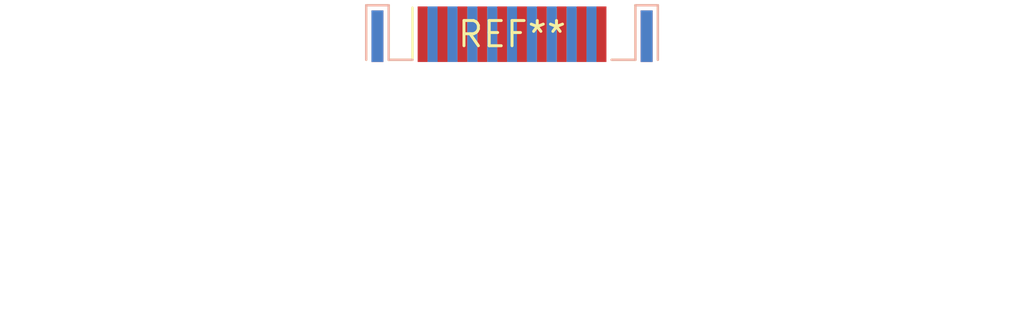
<source format=kicad_pcb>
(kicad_pcb (version 20240108) (generator pcbnew)
  (layers (0 "F.Cu" signal) (31 "B.Cu" signal) (34 "B.Paste" user) (35 "F.Paste" user) (36 "B.SilkS" user "B.Silkscreen") (37 "F.SilkS" user "F.Silkscreen") (38 "B.Mask" user) (39 "F.Mask" user) (44 "Edge.Cuts" user))
  (net 0 "")
  (footprint "HDMI_A_Contact_Technology_HDMI-19APL2_Horizontal" (layer "F.Cu") (at 0 0)
    (property "Reference" "REF**")
    (property "Value" "HDMI_A_Contact_Technology_HDMI-19APL2_Horizontal")
    (fp_line (start -7.34 -1.46) (end -6.21 -1.46) (layer "B.SilkS") (stroke (width 0.12)))
    (fp_line (start -7.34 1.29) (end -7.34 -1.46) (layer "B.SilkS") (stroke (width 0.12)))
    (fp_line (start -6.21 -1.46) (end -6.21 1.29) (layer "B.SilkS") (stroke (width 0.12)))
    (fp_line (start -6.21 1.29) (end -5.01 1.29) (layer "B.SilkS") (stroke (width 0.12)))
    (fp_line (start 6.21 -1.46) (end 6.21 1.29) (layer "B.SilkS") (stroke (width 0.12)))
    (fp_line (start 6.21 1.29) (end 5.01 1.29) (layer "B.SilkS") (stroke (width 0.12)))
    (fp_line (start 7.34 -1.46) (end 6.21 -1.46) (layer "B.SilkS") (stroke (width 0.12)))
    (fp_line (start 7.34 1.29) (end 7.34 -1.46) (layer "B.SilkS") (stroke (width 0.12)))
    (fp_line (start -7.34 -1.46) (end -6.21 -1.46) (layer "F.SilkS") (stroke (width 0.12)))
    (fp_line (start -7.34 1.29) (end -7.34 -1.46) (layer "F.SilkS") (stroke (width 0.12)))
    (fp_line (start -6.21 -1.46) (end -6.21 1.29) (layer "F.SilkS") (stroke (width 0.12)))
    (fp_line (start -6.21 1.29) (end -5.01 1.29) (layer "F.SilkS") (stroke (width 0.12)))
    (fp_line (start -5.01 1.29) (end -5.01 -1.34) (layer "F.SilkS") (stroke (width 0.12)))
    (fp_line (start 6.21 -1.46) (end 6.21 1.29) (layer "F.SilkS") (stroke (width 0.12)))
    (fp_line (start 6.21 1.29) (end 5.01 1.29) (layer "F.SilkS") (stroke (width 0.12)))
    (fp_line (start 7.34 -1.46) (end 6.21 -1.46) (layer "F.SilkS") (stroke (width 0.12)))
    (fp_line (start 7.34 1.29) (end 7.34 -1.46) (layer "F.SilkS") (stroke (width 0.12)))
    (pad "1" smd rect (at -4.5 0) (size 0.5 2.8) (layers "F.Cu" "F.Paste" "F.Mask"))
    (pad "2" smd rect (at -4 0) (size 0.5 2.8) (layers "B.Cu" "B.Paste" "B.Mask"))
    (pad "3" smd rect (at -3.5 0) (size 0.5 2.8) (layers "F.Cu" "F.Paste" "F.Mask"))
    (pad "4" smd rect (at -3 0) (size 0.5 2.8) (layers "B.Cu" "B.Paste" "B.Mask"))
    (pad "5" smd rect (at -2.5 0) (size 0.5 2.8) (layers "F.Cu" "F.Paste" "F.Mask"))
    (pad "6" smd rect (at -2 0) (size 0.5 2.8) (layers "B.Cu" "B.Paste" "B.Mask"))
    (pad "7" smd rect (at -1.5 0) (size 0.5 2.8) (layers "F.Cu" "F.Paste" "F.Mask"))
    (pad "8" smd rect (at -1 0) (size 0.5 2.8) (layers "B.Cu" "B.Paste" "B.Mask"))
    (pad "9" smd rect (at -0.5 0) (size 0.5 2.8) (layers "F.Cu" "F.Paste" "F.Mask"))
    (pad "10" smd rect (at 0 0) (size 0.5 2.8) (layers "B.Cu" "B.Paste" "B.Mask"))
    (pad "11" smd rect (at 0.5 0) (size 0.5 2.8) (layers "F.Cu" "F.Paste" "F.Mask"))
    (pad "12" smd rect (at 1 0) (size 0.5 2.8) (layers "B.Cu" "B.Paste" "B.Mask"))
    (pad "13" smd rect (at 1.5 0) (size 0.5 2.8) (layers "F.Cu" "F.Paste" "F.Mask"))
    (pad "14" smd rect (at 2 0) (size 0.5 2.8) (layers "B.Cu" "B.Paste" "B.Mask"))
    (pad "15" smd rect (at 2.5 0) (size 0.5 2.8) (layers "F.Cu" "F.Paste" "F.Mask"))
    (pad "16" smd rect (at 3 0) (size 0.5 2.8) (layers "B.Cu" "B.Paste" "B.Mask"))
    (pad "17" smd rect (at 3.5 0) (size 0.5 2.8) (layers "F.Cu" "F.Paste" "F.Mask"))
    (pad "18" smd rect (at 4 0) (size 0.5 2.8) (layers "B.Cu" "B.Paste" "B.Mask"))
    (pad "19" smd rect (at 4.5 0) (size 0.5 2.8) (layers "F.Cu" "F.Paste" "F.Mask"))
    (pad "SH" smd rect (at -6.775 0.1) (size 0.6 2.6) (layers "F.Cu" "F.Paste" "F.Mask"))
    (pad "SH" smd rect (at -6.775 0.1) (size 0.6 2.6) (layers "B.Cu" "B.Paste" "B.Mask"))
    (pad "SH" smd rect (at 6.775 0.1) (size 0.6 2.6) (layers "F.Cu" "F.Paste" "F.Mask"))
    (pad "SH" smd rect (at 6.775 0.1) (size 0.6 2.6) (layers "B.Cu" "B.Paste" "B.Mask"))
  )
)
</source>
